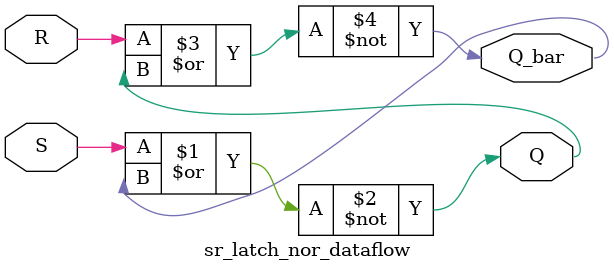
<source format=v>
module sr_latch_nor_dataflow (
    output Q, Q_bar,
    input S, R
);

assign Q     = ~(S | Q_bar); 
assign Q_bar = ~(R | Q);     

endmodule
</source>
